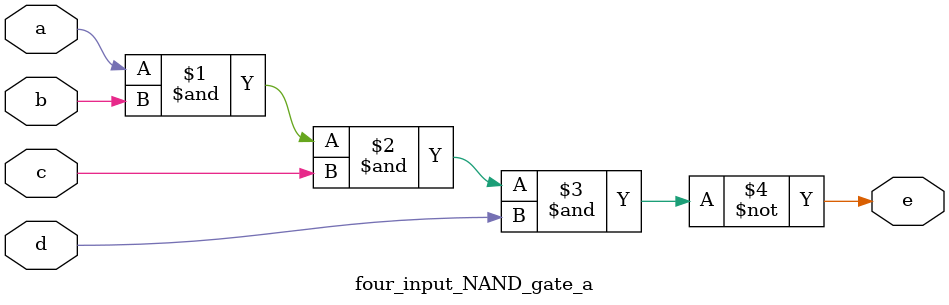
<source format=v>
`timescale 1ns / 1ps


module four_input_NAND_gate_a(
    input a, b, c, d,
    output e
    );
    assign e = ~(a&b&c&d);
endmodule

</source>
